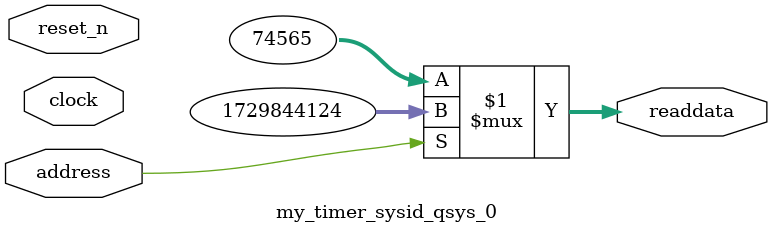
<source format=v>



// synthesis translate_off
`timescale 1ns / 1ps
// synthesis translate_on

// turn off superfluous verilog processor warnings 
// altera message_level Level1 
// altera message_off 10034 10035 10036 10037 10230 10240 10030 

module my_timer_sysid_qsys_0 (
               // inputs:
                address,
                clock,
                reset_n,

               // outputs:
                readdata
             )
;

  output  [ 31: 0] readdata;
  input            address;
  input            clock;
  input            reset_n;

  wire    [ 31: 0] readdata;
  //control_slave, which is an e_avalon_slave
  assign readdata = address ? 1729844124 : 74565;

endmodule



</source>
